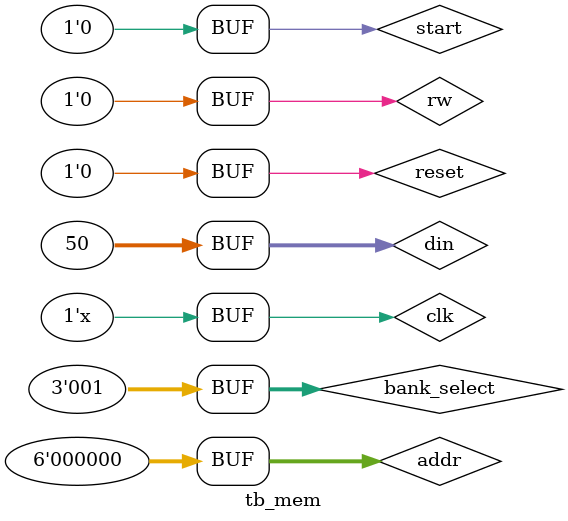
<source format=v>
`timescale 1ns / 1ps
module tb_mem();
wire [31:0]dout;
wire ready,done;
reg [31:0]din;
reg [5:0]addr;
reg [2:0]bank_select;
reg rw,start,clk,reset;
data_mem UUT(dout,ready,done,din,addr,bank_select,rw,start,clk,reset);

initial
begin
clk=1'd0;
reset=1'd1;
start=1'd0;
#11
reset=1'd0;
#10
start=1'd1;
addr=6'd0;
bank_select=3'd0;
din=32'd45;
rw=1'd1;
#20
start=1'd1;
addr=6'd0;
bank_select=3'd1;
din=32'd50;
rw=1'd1;
#20
start=1'd0;
#60
start=1'd1;
addr=6'd0;
bank_select=3'd0;
rw=1'd0;
#20
start=1'd1;
addr=6'd0;
bank_select=3'd1;
rw=1'd0;
#20
start=1'd0;
end

always #10 clk=~clk;

endmodule

</source>
